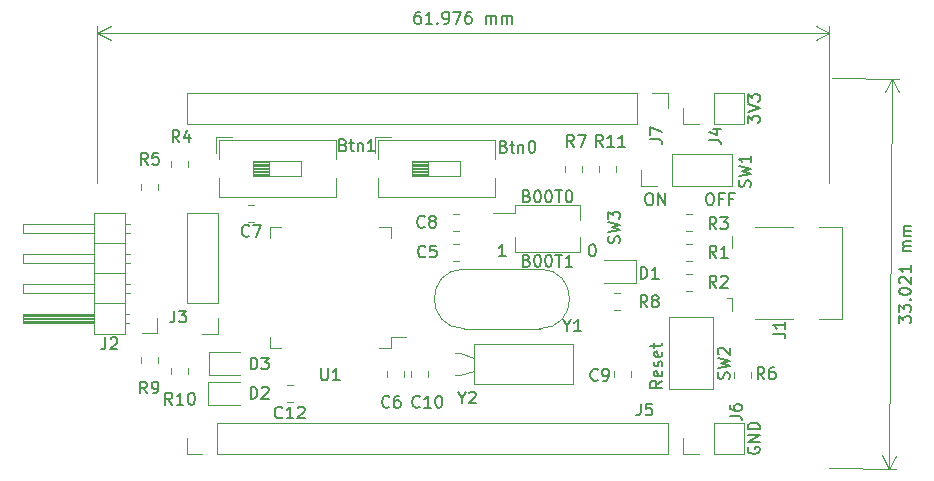
<source format=gbr>
G04 #@! TF.GenerationSoftware,KiCad,Pcbnew,5.1.5-52549c5~86~ubuntu18.04.1*
G04 #@! TF.CreationDate,2020-05-10T10:22:58+08:00*
G04 #@! TF.ProjectId,xzkb,787a6b62-2e6b-4696-9361-645f70636258,rev?*
G04 #@! TF.SameCoordinates,Original*
G04 #@! TF.FileFunction,Legend,Top*
G04 #@! TF.FilePolarity,Positive*
%FSLAX46Y46*%
G04 Gerber Fmt 4.6, Leading zero omitted, Abs format (unit mm)*
G04 Created by KiCad (PCBNEW 5.1.5-52549c5~86~ubuntu18.04.1) date 2020-05-10 10:22:58*
%MOMM*%
%LPD*%
G04 APERTURE LIST*
%ADD10C,0.150000*%
%ADD11C,0.120000*%
G04 APERTURE END LIST*
D10*
X84653380Y-139922095D02*
X84177190Y-140255428D01*
X84653380Y-140493523D02*
X83653380Y-140493523D01*
X83653380Y-140112571D01*
X83701000Y-140017333D01*
X83748619Y-139969714D01*
X83843857Y-139922095D01*
X83986714Y-139922095D01*
X84081952Y-139969714D01*
X84129571Y-140017333D01*
X84177190Y-140112571D01*
X84177190Y-140493523D01*
X84605761Y-139112571D02*
X84653380Y-139207809D01*
X84653380Y-139398285D01*
X84605761Y-139493523D01*
X84510523Y-139541142D01*
X84129571Y-139541142D01*
X84034333Y-139493523D01*
X83986714Y-139398285D01*
X83986714Y-139207809D01*
X84034333Y-139112571D01*
X84129571Y-139064952D01*
X84224809Y-139064952D01*
X84320047Y-139541142D01*
X84605761Y-138684000D02*
X84653380Y-138588761D01*
X84653380Y-138398285D01*
X84605761Y-138303047D01*
X84510523Y-138255428D01*
X84462904Y-138255428D01*
X84367666Y-138303047D01*
X84320047Y-138398285D01*
X84320047Y-138541142D01*
X84272428Y-138636380D01*
X84177190Y-138684000D01*
X84129571Y-138684000D01*
X84034333Y-138636380D01*
X83986714Y-138541142D01*
X83986714Y-138398285D01*
X84034333Y-138303047D01*
X84605761Y-137445904D02*
X84653380Y-137541142D01*
X84653380Y-137731619D01*
X84605761Y-137826857D01*
X84510523Y-137874476D01*
X84129571Y-137874476D01*
X84034333Y-137826857D01*
X83986714Y-137731619D01*
X83986714Y-137541142D01*
X84034333Y-137445904D01*
X84129571Y-137398285D01*
X84224809Y-137398285D01*
X84320047Y-137874476D01*
X83986714Y-137112571D02*
X83986714Y-136731619D01*
X83653380Y-136969714D02*
X84510523Y-136969714D01*
X84605761Y-136922095D01*
X84653380Y-136826857D01*
X84653380Y-136731619D01*
X78692380Y-128357380D02*
X78787619Y-128357380D01*
X78882857Y-128405000D01*
X78930476Y-128452619D01*
X78978095Y-128547857D01*
X79025714Y-128738333D01*
X79025714Y-128976428D01*
X78978095Y-129166904D01*
X78930476Y-129262142D01*
X78882857Y-129309761D01*
X78787619Y-129357380D01*
X78692380Y-129357380D01*
X78597142Y-129309761D01*
X78549523Y-129262142D01*
X78501904Y-129166904D01*
X78454285Y-128976428D01*
X78454285Y-128738333D01*
X78501904Y-128547857D01*
X78549523Y-128452619D01*
X78597142Y-128405000D01*
X78692380Y-128357380D01*
X71405714Y-129357380D02*
X70834285Y-129357380D01*
X71120000Y-129357380D02*
X71120000Y-128357380D01*
X71024761Y-128500238D01*
X70929523Y-128595476D01*
X70834285Y-128643095D01*
X73191904Y-129722571D02*
X73334761Y-129770190D01*
X73382380Y-129817809D01*
X73430000Y-129913047D01*
X73430000Y-130055904D01*
X73382380Y-130151142D01*
X73334761Y-130198761D01*
X73239523Y-130246380D01*
X72858571Y-130246380D01*
X72858571Y-129246380D01*
X73191904Y-129246380D01*
X73287142Y-129294000D01*
X73334761Y-129341619D01*
X73382380Y-129436857D01*
X73382380Y-129532095D01*
X73334761Y-129627333D01*
X73287142Y-129674952D01*
X73191904Y-129722571D01*
X72858571Y-129722571D01*
X74049047Y-129246380D02*
X74144285Y-129246380D01*
X74239523Y-129294000D01*
X74287142Y-129341619D01*
X74334761Y-129436857D01*
X74382380Y-129627333D01*
X74382380Y-129865428D01*
X74334761Y-130055904D01*
X74287142Y-130151142D01*
X74239523Y-130198761D01*
X74144285Y-130246380D01*
X74049047Y-130246380D01*
X73953809Y-130198761D01*
X73906190Y-130151142D01*
X73858571Y-130055904D01*
X73810952Y-129865428D01*
X73810952Y-129627333D01*
X73858571Y-129436857D01*
X73906190Y-129341619D01*
X73953809Y-129294000D01*
X74049047Y-129246380D01*
X75001428Y-129246380D02*
X75096666Y-129246380D01*
X75191904Y-129294000D01*
X75239523Y-129341619D01*
X75287142Y-129436857D01*
X75334761Y-129627333D01*
X75334761Y-129865428D01*
X75287142Y-130055904D01*
X75239523Y-130151142D01*
X75191904Y-130198761D01*
X75096666Y-130246380D01*
X75001428Y-130246380D01*
X74906190Y-130198761D01*
X74858571Y-130151142D01*
X74810952Y-130055904D01*
X74763333Y-129865428D01*
X74763333Y-129627333D01*
X74810952Y-129436857D01*
X74858571Y-129341619D01*
X74906190Y-129294000D01*
X75001428Y-129246380D01*
X75620476Y-129246380D02*
X76191904Y-129246380D01*
X75906190Y-130246380D02*
X75906190Y-129246380D01*
X77049047Y-130246380D02*
X76477619Y-130246380D01*
X76763333Y-130246380D02*
X76763333Y-129246380D01*
X76668095Y-129389238D01*
X76572857Y-129484476D01*
X76477619Y-129532095D01*
X73191904Y-124261571D02*
X73334761Y-124309190D01*
X73382380Y-124356809D01*
X73430000Y-124452047D01*
X73430000Y-124594904D01*
X73382380Y-124690142D01*
X73334761Y-124737761D01*
X73239523Y-124785380D01*
X72858571Y-124785380D01*
X72858571Y-123785380D01*
X73191904Y-123785380D01*
X73287142Y-123833000D01*
X73334761Y-123880619D01*
X73382380Y-123975857D01*
X73382380Y-124071095D01*
X73334761Y-124166333D01*
X73287142Y-124213952D01*
X73191904Y-124261571D01*
X72858571Y-124261571D01*
X74049047Y-123785380D02*
X74144285Y-123785380D01*
X74239523Y-123833000D01*
X74287142Y-123880619D01*
X74334761Y-123975857D01*
X74382380Y-124166333D01*
X74382380Y-124404428D01*
X74334761Y-124594904D01*
X74287142Y-124690142D01*
X74239523Y-124737761D01*
X74144285Y-124785380D01*
X74049047Y-124785380D01*
X73953809Y-124737761D01*
X73906190Y-124690142D01*
X73858571Y-124594904D01*
X73810952Y-124404428D01*
X73810952Y-124166333D01*
X73858571Y-123975857D01*
X73906190Y-123880619D01*
X73953809Y-123833000D01*
X74049047Y-123785380D01*
X75001428Y-123785380D02*
X75096666Y-123785380D01*
X75191904Y-123833000D01*
X75239523Y-123880619D01*
X75287142Y-123975857D01*
X75334761Y-124166333D01*
X75334761Y-124404428D01*
X75287142Y-124594904D01*
X75239523Y-124690142D01*
X75191904Y-124737761D01*
X75096666Y-124785380D01*
X75001428Y-124785380D01*
X74906190Y-124737761D01*
X74858571Y-124690142D01*
X74810952Y-124594904D01*
X74763333Y-124404428D01*
X74763333Y-124166333D01*
X74810952Y-123975857D01*
X74858571Y-123880619D01*
X74906190Y-123833000D01*
X75001428Y-123785380D01*
X75620476Y-123785380D02*
X76191904Y-123785380D01*
X75906190Y-124785380D02*
X75906190Y-123785380D01*
X76715714Y-123785380D02*
X76810952Y-123785380D01*
X76906190Y-123833000D01*
X76953809Y-123880619D01*
X77001428Y-123975857D01*
X77049047Y-124166333D01*
X77049047Y-124404428D01*
X77001428Y-124594904D01*
X76953809Y-124690142D01*
X76906190Y-124737761D01*
X76810952Y-124785380D01*
X76715714Y-124785380D01*
X76620476Y-124737761D01*
X76572857Y-124690142D01*
X76525238Y-124594904D01*
X76477619Y-124404428D01*
X76477619Y-124166333D01*
X76525238Y-123975857D01*
X76572857Y-123880619D01*
X76620476Y-123833000D01*
X76715714Y-123785380D01*
X91956000Y-145541904D02*
X91908380Y-145637142D01*
X91908380Y-145780000D01*
X91956000Y-145922857D01*
X92051238Y-146018095D01*
X92146476Y-146065714D01*
X92336952Y-146113333D01*
X92479809Y-146113333D01*
X92670285Y-146065714D01*
X92765523Y-146018095D01*
X92860761Y-145922857D01*
X92908380Y-145780000D01*
X92908380Y-145684761D01*
X92860761Y-145541904D01*
X92813142Y-145494285D01*
X92479809Y-145494285D01*
X92479809Y-145684761D01*
X92908380Y-145065714D02*
X91908380Y-145065714D01*
X92908380Y-144494285D01*
X91908380Y-144494285D01*
X92908380Y-144018095D02*
X91908380Y-144018095D01*
X91908380Y-143780000D01*
X91956000Y-143637142D01*
X92051238Y-143541904D01*
X92146476Y-143494285D01*
X92336952Y-143446666D01*
X92479809Y-143446666D01*
X92670285Y-143494285D01*
X92765523Y-143541904D01*
X92860761Y-143637142D01*
X92908380Y-143780000D01*
X92908380Y-144018095D01*
X91908380Y-118078095D02*
X91908380Y-117459047D01*
X92289333Y-117792380D01*
X92289333Y-117649523D01*
X92336952Y-117554285D01*
X92384571Y-117506666D01*
X92479809Y-117459047D01*
X92717904Y-117459047D01*
X92813142Y-117506666D01*
X92860761Y-117554285D01*
X92908380Y-117649523D01*
X92908380Y-117935238D01*
X92860761Y-118030476D01*
X92813142Y-118078095D01*
X91908380Y-117173333D02*
X92908380Y-116840000D01*
X91908380Y-116506666D01*
X91908380Y-116268571D02*
X91908380Y-115649523D01*
X92289333Y-115982857D01*
X92289333Y-115840000D01*
X92336952Y-115744761D01*
X92384571Y-115697142D01*
X92479809Y-115649523D01*
X92717904Y-115649523D01*
X92813142Y-115697142D01*
X92860761Y-115744761D01*
X92908380Y-115840000D01*
X92908380Y-116125714D01*
X92860761Y-116220952D01*
X92813142Y-116268571D01*
X83471190Y-124039380D02*
X83661666Y-124039380D01*
X83756904Y-124087000D01*
X83852142Y-124182238D01*
X83899761Y-124372714D01*
X83899761Y-124706047D01*
X83852142Y-124896523D01*
X83756904Y-124991761D01*
X83661666Y-125039380D01*
X83471190Y-125039380D01*
X83375952Y-124991761D01*
X83280714Y-124896523D01*
X83233095Y-124706047D01*
X83233095Y-124372714D01*
X83280714Y-124182238D01*
X83375952Y-124087000D01*
X83471190Y-124039380D01*
X84328333Y-125039380D02*
X84328333Y-124039380D01*
X84899761Y-125039380D01*
X84899761Y-124039380D01*
X88614047Y-124039380D02*
X88804523Y-124039380D01*
X88899761Y-124087000D01*
X88995000Y-124182238D01*
X89042619Y-124372714D01*
X89042619Y-124706047D01*
X88995000Y-124896523D01*
X88899761Y-124991761D01*
X88804523Y-125039380D01*
X88614047Y-125039380D01*
X88518809Y-124991761D01*
X88423571Y-124896523D01*
X88375952Y-124706047D01*
X88375952Y-124372714D01*
X88423571Y-124182238D01*
X88518809Y-124087000D01*
X88614047Y-124039380D01*
X89804523Y-124515571D02*
X89471190Y-124515571D01*
X89471190Y-125039380D02*
X89471190Y-124039380D01*
X89947380Y-124039380D01*
X90661666Y-124515571D02*
X90328333Y-124515571D01*
X90328333Y-125039380D02*
X90328333Y-124039380D01*
X90804523Y-124039380D01*
X64151333Y-108672380D02*
X63960857Y-108672380D01*
X63865619Y-108720000D01*
X63818000Y-108767619D01*
X63722761Y-108910476D01*
X63675142Y-109100952D01*
X63675142Y-109481904D01*
X63722761Y-109577142D01*
X63770380Y-109624761D01*
X63865619Y-109672380D01*
X64056095Y-109672380D01*
X64151333Y-109624761D01*
X64198952Y-109577142D01*
X64246571Y-109481904D01*
X64246571Y-109243809D01*
X64198952Y-109148571D01*
X64151333Y-109100952D01*
X64056095Y-109053333D01*
X63865619Y-109053333D01*
X63770380Y-109100952D01*
X63722761Y-109148571D01*
X63675142Y-109243809D01*
X65198952Y-109672380D02*
X64627523Y-109672380D01*
X64913238Y-109672380D02*
X64913238Y-108672380D01*
X64818000Y-108815238D01*
X64722761Y-108910476D01*
X64627523Y-108958095D01*
X65627523Y-109577142D02*
X65675142Y-109624761D01*
X65627523Y-109672380D01*
X65579904Y-109624761D01*
X65627523Y-109577142D01*
X65627523Y-109672380D01*
X66151333Y-109672380D02*
X66341809Y-109672380D01*
X66437047Y-109624761D01*
X66484666Y-109577142D01*
X66579904Y-109434285D01*
X66627523Y-109243809D01*
X66627523Y-108862857D01*
X66579904Y-108767619D01*
X66532285Y-108720000D01*
X66437047Y-108672380D01*
X66246571Y-108672380D01*
X66151333Y-108720000D01*
X66103714Y-108767619D01*
X66056095Y-108862857D01*
X66056095Y-109100952D01*
X66103714Y-109196190D01*
X66151333Y-109243809D01*
X66246571Y-109291428D01*
X66437047Y-109291428D01*
X66532285Y-109243809D01*
X66579904Y-109196190D01*
X66627523Y-109100952D01*
X66960857Y-108672380D02*
X67627523Y-108672380D01*
X67198952Y-109672380D01*
X68437047Y-108672380D02*
X68246571Y-108672380D01*
X68151333Y-108720000D01*
X68103714Y-108767619D01*
X68008476Y-108910476D01*
X67960857Y-109100952D01*
X67960857Y-109481904D01*
X68008476Y-109577142D01*
X68056095Y-109624761D01*
X68151333Y-109672380D01*
X68341809Y-109672380D01*
X68437047Y-109624761D01*
X68484666Y-109577142D01*
X68532285Y-109481904D01*
X68532285Y-109243809D01*
X68484666Y-109148571D01*
X68437047Y-109100952D01*
X68341809Y-109053333D01*
X68151333Y-109053333D01*
X68056095Y-109100952D01*
X68008476Y-109148571D01*
X67960857Y-109243809D01*
X69722761Y-109672380D02*
X69722761Y-109005714D01*
X69722761Y-109100952D02*
X69770380Y-109053333D01*
X69865619Y-109005714D01*
X70008476Y-109005714D01*
X70103714Y-109053333D01*
X70151333Y-109148571D01*
X70151333Y-109672380D01*
X70151333Y-109148571D02*
X70198952Y-109053333D01*
X70294190Y-109005714D01*
X70437047Y-109005714D01*
X70532285Y-109053333D01*
X70579904Y-109148571D01*
X70579904Y-109672380D01*
X71056095Y-109672380D02*
X71056095Y-109005714D01*
X71056095Y-109100952D02*
X71103714Y-109053333D01*
X71198952Y-109005714D01*
X71341809Y-109005714D01*
X71437047Y-109053333D01*
X71484666Y-109148571D01*
X71484666Y-109672380D01*
X71484666Y-109148571D02*
X71532285Y-109053333D01*
X71627523Y-109005714D01*
X71770380Y-109005714D01*
X71865619Y-109053333D01*
X71913238Y-109148571D01*
X71913238Y-109672380D01*
D11*
X98806000Y-110490000D02*
X36830000Y-110490000D01*
X98806000Y-123190000D02*
X98806000Y-109903579D01*
X36830000Y-123190000D02*
X36830000Y-109903579D01*
X36830000Y-110490000D02*
X37956504Y-109903579D01*
X36830000Y-110490000D02*
X37956504Y-111076421D01*
X98806000Y-110490000D02*
X97679496Y-109903579D01*
X98806000Y-110490000D02*
X97679496Y-111076421D01*
D10*
X104702975Y-135044984D02*
X104707737Y-134425955D01*
X105086114Y-134762209D01*
X105087213Y-134619356D01*
X105135563Y-134524487D01*
X105183547Y-134477236D01*
X105279149Y-134430351D01*
X105517237Y-134432182D01*
X105612106Y-134480532D01*
X105659357Y-134528516D01*
X105706242Y-134624118D01*
X105704044Y-134909824D01*
X105655694Y-135004693D01*
X105607710Y-135051944D01*
X104710301Y-134092632D02*
X104715063Y-133473602D01*
X105093440Y-133809856D01*
X105094539Y-133667003D01*
X105142889Y-133572134D01*
X105190873Y-133524883D01*
X105286474Y-133477998D01*
X105524563Y-133479829D01*
X105619432Y-133528179D01*
X105666683Y-133576163D01*
X105713568Y-133671765D01*
X105711370Y-133957471D01*
X105663020Y-134052340D01*
X105615036Y-134099591D01*
X105623094Y-133052003D02*
X105671078Y-133004752D01*
X105718330Y-133052736D01*
X105670346Y-133099987D01*
X105623094Y-133052003D01*
X105718330Y-133052736D01*
X104723487Y-132378397D02*
X104724220Y-132283161D01*
X104772570Y-132188292D01*
X104820554Y-132141041D01*
X104916156Y-132094156D01*
X105106993Y-132048003D01*
X105345081Y-132049835D01*
X105535185Y-132098918D01*
X105630054Y-132147268D01*
X105677305Y-132195252D01*
X105724190Y-132290853D01*
X105723458Y-132386089D01*
X105675108Y-132480958D01*
X105627124Y-132528209D01*
X105531522Y-132575094D01*
X105340685Y-132621247D01*
X105102597Y-132619415D01*
X104912493Y-132570332D01*
X104817624Y-132521982D01*
X104770372Y-132473998D01*
X104723487Y-132378397D01*
X104824217Y-131664865D02*
X104776966Y-131616881D01*
X104730081Y-131521279D01*
X104731912Y-131283191D01*
X104780262Y-131188322D01*
X104828246Y-131141071D01*
X104923848Y-131094186D01*
X105019083Y-131094918D01*
X105161570Y-131143635D01*
X105728586Y-131719442D01*
X105733348Y-131100412D01*
X105740673Y-130148060D02*
X105736278Y-130719471D01*
X105738476Y-130433766D02*
X104738505Y-130426073D01*
X104880626Y-130522408D01*
X104975128Y-130618375D01*
X105022013Y-130713977D01*
X105749831Y-128957619D02*
X105083184Y-128952491D01*
X105178419Y-128953223D02*
X105131168Y-128905239D01*
X105084283Y-128809638D01*
X105085381Y-128666785D01*
X105133732Y-128571916D01*
X105229333Y-128525031D01*
X105753127Y-128529060D01*
X105229333Y-128525031D02*
X105134464Y-128476681D01*
X105087579Y-128381079D01*
X105088678Y-128238226D01*
X105137028Y-128143357D01*
X105232630Y-128096472D01*
X105756424Y-128100501D01*
X105760087Y-127624325D02*
X105093440Y-127619197D01*
X105188675Y-127619929D02*
X105141424Y-127571945D01*
X105094539Y-127476344D01*
X105095638Y-127333491D01*
X105143988Y-127238622D01*
X105239589Y-127191737D01*
X105763383Y-127195766D01*
X105239589Y-127191737D02*
X105144720Y-127143387D01*
X105097835Y-127047785D01*
X105098934Y-126904932D01*
X105147284Y-126810063D01*
X105242886Y-126763178D01*
X105766680Y-126767207D01*
D11*
X104139850Y-114339076D02*
X103885850Y-147359076D01*
X99060000Y-114300000D02*
X104726253Y-114343587D01*
X98806000Y-147320000D02*
X104472253Y-147363587D01*
X103885850Y-147359076D02*
X103308112Y-146228095D01*
X103885850Y-147359076D02*
X104480919Y-146237116D01*
X104139850Y-114339076D02*
X103544781Y-115461036D01*
X104139850Y-114339076D02*
X104717588Y-115470057D01*
X52905922Y-140260000D02*
X53423078Y-140260000D01*
X52905922Y-141680000D02*
X53423078Y-141680000D01*
X52395000Y-126895000D02*
X51445000Y-126895000D01*
X51445000Y-126895000D02*
X51445000Y-127845000D01*
X60715000Y-126895000D02*
X61665000Y-126895000D01*
X61665000Y-126895000D02*
X61665000Y-127845000D01*
X52395000Y-137115000D02*
X51445000Y-137115000D01*
X51445000Y-137115000D02*
X51445000Y-136165000D01*
X60715000Y-137115000D02*
X61665000Y-137115000D01*
X61665000Y-137115000D02*
X61665000Y-136165000D01*
X61665000Y-136165000D02*
X63005000Y-136165000D01*
X85272000Y-140601000D02*
X85272000Y-134481000D01*
X85272000Y-134481000D02*
X88972000Y-134481000D01*
X88972000Y-134481000D02*
X88972000Y-140601000D01*
X88972000Y-140601000D02*
X85272000Y-140601000D01*
X85150000Y-146110000D02*
X85150000Y-143450000D01*
X46990000Y-146110000D02*
X85150000Y-146110000D01*
X46990000Y-143450000D02*
X85150000Y-143450000D01*
X46990000Y-146110000D02*
X46990000Y-143450000D01*
X45720000Y-146110000D02*
X44390000Y-146110000D01*
X44390000Y-146110000D02*
X44390000Y-144780000D01*
X60582000Y-119500000D02*
X70482000Y-119500000D01*
X60582000Y-124340000D02*
X70482000Y-124340000D01*
X60582000Y-119500000D02*
X60582000Y-121120000D01*
X60582000Y-122720000D02*
X60582000Y-124340000D01*
X70482000Y-119500000D02*
X70482000Y-121120000D01*
X70482000Y-122720000D02*
X70482000Y-124340000D01*
X60342000Y-119260000D02*
X61726000Y-119260000D01*
X60342000Y-119260000D02*
X60342000Y-120643000D01*
X63502000Y-121285000D02*
X63502000Y-122555000D01*
X63502000Y-122555000D02*
X67562000Y-122555000D01*
X67562000Y-122555000D02*
X67562000Y-121285000D01*
X67562000Y-121285000D02*
X63502000Y-121285000D01*
X63502000Y-121405000D02*
X64855333Y-121405000D01*
X63502000Y-121525000D02*
X64855333Y-121525000D01*
X63502000Y-121645000D02*
X64855333Y-121645000D01*
X63502000Y-121765000D02*
X64855333Y-121765000D01*
X63502000Y-121885000D02*
X64855333Y-121885000D01*
X63502000Y-122005000D02*
X64855333Y-122005000D01*
X63502000Y-122125000D02*
X64855333Y-122125000D01*
X63502000Y-122245000D02*
X64855333Y-122245000D01*
X63502000Y-122365000D02*
X64855333Y-122365000D01*
X63502000Y-122485000D02*
X64855333Y-122485000D01*
X64855333Y-121285000D02*
X64855333Y-122555000D01*
X68721000Y-140196000D02*
X77121000Y-140196000D01*
X77121000Y-140196000D02*
X77121000Y-136796000D01*
X77121000Y-136796000D02*
X68721000Y-136796000D01*
X68721000Y-136796000D02*
X68721000Y-140196000D01*
X68721000Y-139041000D02*
X67571000Y-139446000D01*
X67571000Y-139446000D02*
X67121000Y-139446000D01*
X68721000Y-137951000D02*
X67571000Y-137546000D01*
X67571000Y-137546000D02*
X67121000Y-137546000D01*
X90611000Y-123377000D02*
X90611000Y-120717000D01*
X85471000Y-123377000D02*
X90611000Y-123377000D01*
X85471000Y-120717000D02*
X90611000Y-120717000D01*
X85471000Y-123377000D02*
X85471000Y-120717000D01*
X84201000Y-123377000D02*
X82871000Y-123377000D01*
X82871000Y-123377000D02*
X82871000Y-122047000D01*
X47133000Y-119500000D02*
X57033000Y-119500000D01*
X47133000Y-124340000D02*
X57033000Y-124340000D01*
X47133000Y-119500000D02*
X47133000Y-121120000D01*
X47133000Y-122720000D02*
X47133000Y-124340000D01*
X57033000Y-119500000D02*
X57033000Y-121120000D01*
X57033000Y-122720000D02*
X57033000Y-124340000D01*
X46893000Y-119260000D02*
X48277000Y-119260000D01*
X46893000Y-119260000D02*
X46893000Y-120643000D01*
X50053000Y-121285000D02*
X50053000Y-122555000D01*
X50053000Y-122555000D02*
X54113000Y-122555000D01*
X54113000Y-122555000D02*
X54113000Y-121285000D01*
X54113000Y-121285000D02*
X50053000Y-121285000D01*
X50053000Y-121405000D02*
X51406333Y-121405000D01*
X50053000Y-121525000D02*
X51406333Y-121525000D01*
X50053000Y-121645000D02*
X51406333Y-121645000D01*
X50053000Y-121765000D02*
X51406333Y-121765000D01*
X50053000Y-121885000D02*
X51406333Y-121885000D01*
X50053000Y-122005000D02*
X51406333Y-122005000D01*
X50053000Y-122125000D02*
X51406333Y-122125000D01*
X50053000Y-122245000D02*
X51406333Y-122245000D01*
X50053000Y-122365000D02*
X51406333Y-122365000D01*
X50053000Y-122485000D02*
X51406333Y-122485000D01*
X51406333Y-121285000D02*
X51406333Y-122555000D01*
X72170000Y-128965000D02*
X77690000Y-128965000D01*
X70320000Y-125685000D02*
X72170000Y-125685000D01*
X72170000Y-125035000D02*
X72170000Y-125685000D01*
X72170000Y-125035000D02*
X77690000Y-125035000D01*
X77690000Y-125035000D02*
X77690000Y-126304000D01*
X72170000Y-127695000D02*
X72170000Y-128965000D01*
X77690000Y-127695000D02*
X77690000Y-128965000D01*
X74293000Y-135494000D02*
X67893000Y-135494000D01*
X74293000Y-130444000D02*
X67893000Y-130444000D01*
X74293000Y-130444000D02*
G75*
G02X74293000Y-135494000I0J-2525000D01*
G01*
X67893000Y-130444000D02*
G75*
G03X67893000Y-135494000I0J-2525000D01*
G01*
X43105000Y-139323578D02*
X43105000Y-138806422D01*
X44525000Y-139323578D02*
X44525000Y-138806422D01*
X41985000Y-138434578D02*
X41985000Y-137917422D01*
X40565000Y-138434578D02*
X40565000Y-137917422D01*
X81109078Y-133933000D02*
X80591922Y-133933000D01*
X81109078Y-132513000D02*
X80591922Y-132513000D01*
X77875200Y-121739922D02*
X77875200Y-122257078D01*
X76455200Y-121739922D02*
X76455200Y-122257078D01*
X92150000Y-139138922D02*
X92150000Y-139656078D01*
X90730000Y-139138922D02*
X90730000Y-139656078D01*
X41985000Y-123233922D02*
X41985000Y-123751078D01*
X40565000Y-123233922D02*
X40565000Y-123751078D01*
X44525000Y-121328922D02*
X44525000Y-121846078D01*
X43105000Y-121328922D02*
X43105000Y-121846078D01*
X87205078Y-127202000D02*
X86687922Y-127202000D01*
X87205078Y-125782000D02*
X86687922Y-125782000D01*
X86687922Y-130862000D02*
X87205078Y-130862000D01*
X86687922Y-132282000D02*
X87205078Y-132282000D01*
X86687922Y-128322000D02*
X87205078Y-128322000D01*
X86687922Y-129742000D02*
X87205078Y-129742000D01*
X44390000Y-115510000D02*
X44390000Y-118170000D01*
X82550000Y-115510000D02*
X44390000Y-115510000D01*
X82550000Y-118170000D02*
X44390000Y-118170000D01*
X82550000Y-115510000D02*
X82550000Y-118170000D01*
X83820000Y-115510000D02*
X85150000Y-115510000D01*
X85150000Y-115510000D02*
X85150000Y-116840000D01*
X91627000Y-146110000D02*
X91627000Y-143450000D01*
X89027000Y-146110000D02*
X91627000Y-146110000D01*
X89027000Y-143450000D02*
X91627000Y-143450000D01*
X89027000Y-146110000D02*
X89027000Y-143450000D01*
X87757000Y-146110000D02*
X86427000Y-146110000D01*
X86427000Y-146110000D02*
X86427000Y-144780000D01*
X91627000Y-118170000D02*
X91627000Y-115510000D01*
X89027000Y-118170000D02*
X91627000Y-118170000D01*
X89027000Y-115510000D02*
X91627000Y-115510000D01*
X89027000Y-118170000D02*
X89027000Y-115510000D01*
X87757000Y-118170000D02*
X86427000Y-118170000D01*
X86427000Y-118170000D02*
X86427000Y-116840000D01*
X47050000Y-125670000D02*
X44390000Y-125670000D01*
X47050000Y-133350000D02*
X47050000Y-125670000D01*
X44390000Y-133350000D02*
X44390000Y-125670000D01*
X47050000Y-133350000D02*
X44390000Y-133350000D01*
X47050000Y-134620000D02*
X47050000Y-135950000D01*
X47050000Y-135950000D02*
X45720000Y-135950000D01*
X39200000Y-135950000D02*
X39200000Y-125670000D01*
X39200000Y-125670000D02*
X36540000Y-125670000D01*
X36540000Y-125670000D02*
X36540000Y-135950000D01*
X36540000Y-135950000D02*
X39200000Y-135950000D01*
X36540000Y-135000000D02*
X30540000Y-135000000D01*
X30540000Y-135000000D02*
X30540000Y-134240000D01*
X30540000Y-134240000D02*
X36540000Y-134240000D01*
X36540000Y-134940000D02*
X30540000Y-134940000D01*
X36540000Y-134820000D02*
X30540000Y-134820000D01*
X36540000Y-134700000D02*
X30540000Y-134700000D01*
X36540000Y-134580000D02*
X30540000Y-134580000D01*
X36540000Y-134460000D02*
X30540000Y-134460000D01*
X36540000Y-134340000D02*
X30540000Y-134340000D01*
X39530000Y-135000000D02*
X39200000Y-135000000D01*
X39530000Y-134240000D02*
X39200000Y-134240000D01*
X39200000Y-133350000D02*
X36540000Y-133350000D01*
X36540000Y-132460000D02*
X30540000Y-132460000D01*
X30540000Y-132460000D02*
X30540000Y-131700000D01*
X30540000Y-131700000D02*
X36540000Y-131700000D01*
X39597071Y-132460000D02*
X39200000Y-132460000D01*
X39597071Y-131700000D02*
X39200000Y-131700000D01*
X39200000Y-130810000D02*
X36540000Y-130810000D01*
X36540000Y-129920000D02*
X30540000Y-129920000D01*
X30540000Y-129920000D02*
X30540000Y-129160000D01*
X30540000Y-129160000D02*
X36540000Y-129160000D01*
X39597071Y-129920000D02*
X39200000Y-129920000D01*
X39597071Y-129160000D02*
X39200000Y-129160000D01*
X39200000Y-128270000D02*
X36540000Y-128270000D01*
X36540000Y-127380000D02*
X30540000Y-127380000D01*
X30540000Y-127380000D02*
X30540000Y-126620000D01*
X30540000Y-126620000D02*
X36540000Y-126620000D01*
X39597071Y-127380000D02*
X39200000Y-127380000D01*
X39597071Y-126620000D02*
X39200000Y-126620000D01*
X41910000Y-134620000D02*
X41910000Y-135890000D01*
X41910000Y-135890000D02*
X40640000Y-135890000D01*
X99890000Y-126900000D02*
X99890000Y-134720000D01*
X90570000Y-132920000D02*
X90140000Y-132920000D01*
X99890000Y-126900000D02*
X97940000Y-126900000D01*
X95720000Y-126900000D02*
X92490000Y-126900000D01*
X90570000Y-128700000D02*
X90570000Y-127620000D01*
X90570000Y-134000000D02*
X90570000Y-132920000D01*
X95720000Y-134720000D02*
X92490000Y-134720000D01*
X99890000Y-134720000D02*
X97940000Y-134720000D01*
X48957500Y-137470000D02*
X46272500Y-137470000D01*
X46272500Y-137470000D02*
X46272500Y-139390000D01*
X46272500Y-139390000D02*
X48957500Y-139390000D01*
X48927500Y-140010000D02*
X46242500Y-140010000D01*
X46242500Y-140010000D02*
X46242500Y-141930000D01*
X46242500Y-141930000D02*
X48927500Y-141930000D01*
X79772000Y-131643000D02*
X82457000Y-131643000D01*
X82457000Y-131643000D02*
X82457000Y-129723000D01*
X82457000Y-129723000D02*
X79772000Y-129723000D01*
X64845000Y-139060422D02*
X64845000Y-139577578D01*
X63425000Y-139060422D02*
X63425000Y-139577578D01*
X80570000Y-139626078D02*
X80570000Y-139108922D01*
X81990000Y-139626078D02*
X81990000Y-139108922D01*
X66924422Y-125782000D02*
X67441578Y-125782000D01*
X66924422Y-127202000D02*
X67441578Y-127202000D01*
X49603922Y-125020000D02*
X50121078Y-125020000D01*
X49603922Y-126440000D02*
X50121078Y-126440000D01*
X62813000Y-139060422D02*
X62813000Y-139577578D01*
X61393000Y-139060422D02*
X61393000Y-139577578D01*
X66972922Y-128322000D02*
X67490078Y-128322000D01*
X66972922Y-129742000D02*
X67490078Y-129742000D01*
X79300000Y-121739922D02*
X79300000Y-122257078D01*
X80720000Y-121739922D02*
X80720000Y-122257078D01*
D10*
X52481242Y-143003542D02*
X52433623Y-143051161D01*
X52290766Y-143098780D01*
X52195528Y-143098780D01*
X52052671Y-143051161D01*
X51957433Y-142955923D01*
X51909814Y-142860685D01*
X51862195Y-142670209D01*
X51862195Y-142527352D01*
X51909814Y-142336876D01*
X51957433Y-142241638D01*
X52052671Y-142146400D01*
X52195528Y-142098780D01*
X52290766Y-142098780D01*
X52433623Y-142146400D01*
X52481242Y-142194019D01*
X53433623Y-143098780D02*
X52862195Y-143098780D01*
X53147909Y-143098780D02*
X53147909Y-142098780D01*
X53052671Y-142241638D01*
X52957433Y-142336876D01*
X52862195Y-142384495D01*
X53814576Y-142194019D02*
X53862195Y-142146400D01*
X53957433Y-142098780D01*
X54195528Y-142098780D01*
X54290766Y-142146400D01*
X54338385Y-142194019D01*
X54386004Y-142289257D01*
X54386004Y-142384495D01*
X54338385Y-142527352D01*
X53766957Y-143098780D01*
X54386004Y-143098780D01*
X55793095Y-138857380D02*
X55793095Y-139666904D01*
X55840714Y-139762142D01*
X55888333Y-139809761D01*
X55983571Y-139857380D01*
X56174047Y-139857380D01*
X56269285Y-139809761D01*
X56316904Y-139762142D01*
X56364523Y-139666904D01*
X56364523Y-138857380D01*
X57364523Y-139857380D02*
X56793095Y-139857380D01*
X57078809Y-139857380D02*
X57078809Y-138857380D01*
X56983571Y-139000238D01*
X56888333Y-139095476D01*
X56793095Y-139143095D01*
X90320761Y-139763333D02*
X90368380Y-139620476D01*
X90368380Y-139382380D01*
X90320761Y-139287142D01*
X90273142Y-139239523D01*
X90177904Y-139191904D01*
X90082666Y-139191904D01*
X89987428Y-139239523D01*
X89939809Y-139287142D01*
X89892190Y-139382380D01*
X89844571Y-139572857D01*
X89796952Y-139668095D01*
X89749333Y-139715714D01*
X89654095Y-139763333D01*
X89558857Y-139763333D01*
X89463619Y-139715714D01*
X89416000Y-139668095D01*
X89368380Y-139572857D01*
X89368380Y-139334761D01*
X89416000Y-139191904D01*
X89368380Y-138858571D02*
X90368380Y-138620476D01*
X89654095Y-138430000D01*
X90368380Y-138239523D01*
X89368380Y-138001428D01*
X89463619Y-137668095D02*
X89416000Y-137620476D01*
X89368380Y-137525238D01*
X89368380Y-137287142D01*
X89416000Y-137191904D01*
X89463619Y-137144285D01*
X89558857Y-137096666D01*
X89654095Y-137096666D01*
X89796952Y-137144285D01*
X90368380Y-137715714D01*
X90368380Y-137096666D01*
X82838966Y-141844780D02*
X82838966Y-142559066D01*
X82791347Y-142701923D01*
X82696109Y-142797161D01*
X82553252Y-142844780D01*
X82458014Y-142844780D01*
X83791347Y-141844780D02*
X83315157Y-141844780D01*
X83267538Y-142320971D01*
X83315157Y-142273352D01*
X83410395Y-142225733D01*
X83648490Y-142225733D01*
X83743728Y-142273352D01*
X83791347Y-142320971D01*
X83838966Y-142416209D01*
X83838966Y-142654304D01*
X83791347Y-142749542D01*
X83743728Y-142797161D01*
X83648490Y-142844780D01*
X83410395Y-142844780D01*
X83315157Y-142797161D01*
X83267538Y-142749542D01*
X71247142Y-120070571D02*
X71390000Y-120118190D01*
X71437619Y-120165809D01*
X71485238Y-120261047D01*
X71485238Y-120403904D01*
X71437619Y-120499142D01*
X71390000Y-120546761D01*
X71294761Y-120594380D01*
X70913809Y-120594380D01*
X70913809Y-119594380D01*
X71247142Y-119594380D01*
X71342380Y-119642000D01*
X71390000Y-119689619D01*
X71437619Y-119784857D01*
X71437619Y-119880095D01*
X71390000Y-119975333D01*
X71342380Y-120022952D01*
X71247142Y-120070571D01*
X70913809Y-120070571D01*
X71770952Y-119927714D02*
X72151904Y-119927714D01*
X71913809Y-119594380D02*
X71913809Y-120451523D01*
X71961428Y-120546761D01*
X72056666Y-120594380D01*
X72151904Y-120594380D01*
X72485238Y-119927714D02*
X72485238Y-120594380D01*
X72485238Y-120022952D02*
X72532857Y-119975333D01*
X72628095Y-119927714D01*
X72770952Y-119927714D01*
X72866190Y-119975333D01*
X72913809Y-120070571D01*
X72913809Y-120594380D01*
X73580476Y-119594380D02*
X73675714Y-119594380D01*
X73770952Y-119642000D01*
X73818571Y-119689619D01*
X73866190Y-119784857D01*
X73913809Y-119975333D01*
X73913809Y-120213428D01*
X73866190Y-120403904D01*
X73818571Y-120499142D01*
X73770952Y-120546761D01*
X73675714Y-120594380D01*
X73580476Y-120594380D01*
X73485238Y-120546761D01*
X73437619Y-120499142D01*
X73390000Y-120403904D01*
X73342380Y-120213428D01*
X73342380Y-119975333D01*
X73390000Y-119784857D01*
X73437619Y-119689619D01*
X73485238Y-119642000D01*
X73580476Y-119594380D01*
X67697409Y-141352590D02*
X67697409Y-141828780D01*
X67364076Y-140828780D02*
X67697409Y-141352590D01*
X68030742Y-140828780D01*
X68316457Y-140924019D02*
X68364076Y-140876400D01*
X68459314Y-140828780D01*
X68697409Y-140828780D01*
X68792647Y-140876400D01*
X68840266Y-140924019D01*
X68887885Y-141019257D01*
X68887885Y-141114495D01*
X68840266Y-141257352D01*
X68268838Y-141828780D01*
X68887885Y-141828780D01*
X92098761Y-123507333D02*
X92146380Y-123364476D01*
X92146380Y-123126380D01*
X92098761Y-123031142D01*
X92051142Y-122983523D01*
X91955904Y-122935904D01*
X91860666Y-122935904D01*
X91765428Y-122983523D01*
X91717809Y-123031142D01*
X91670190Y-123126380D01*
X91622571Y-123316857D01*
X91574952Y-123412095D01*
X91527333Y-123459714D01*
X91432095Y-123507333D01*
X91336857Y-123507333D01*
X91241619Y-123459714D01*
X91194000Y-123412095D01*
X91146380Y-123316857D01*
X91146380Y-123078761D01*
X91194000Y-122935904D01*
X91146380Y-122602571D02*
X92146380Y-122364476D01*
X91432095Y-122174000D01*
X92146380Y-121983523D01*
X91146380Y-121745428D01*
X92146380Y-120840666D02*
X92146380Y-121412095D01*
X92146380Y-121126380D02*
X91146380Y-121126380D01*
X91289238Y-121221619D01*
X91384476Y-121316857D01*
X91432095Y-121412095D01*
X57658142Y-119943571D02*
X57801000Y-119991190D01*
X57848619Y-120038809D01*
X57896238Y-120134047D01*
X57896238Y-120276904D01*
X57848619Y-120372142D01*
X57801000Y-120419761D01*
X57705761Y-120467380D01*
X57324809Y-120467380D01*
X57324809Y-119467380D01*
X57658142Y-119467380D01*
X57753380Y-119515000D01*
X57801000Y-119562619D01*
X57848619Y-119657857D01*
X57848619Y-119753095D01*
X57801000Y-119848333D01*
X57753380Y-119895952D01*
X57658142Y-119943571D01*
X57324809Y-119943571D01*
X58181952Y-119800714D02*
X58562904Y-119800714D01*
X58324809Y-119467380D02*
X58324809Y-120324523D01*
X58372428Y-120419761D01*
X58467666Y-120467380D01*
X58562904Y-120467380D01*
X58896238Y-119800714D02*
X58896238Y-120467380D01*
X58896238Y-119895952D02*
X58943857Y-119848333D01*
X59039095Y-119800714D01*
X59181952Y-119800714D01*
X59277190Y-119848333D01*
X59324809Y-119943571D01*
X59324809Y-120467380D01*
X60324809Y-120467380D02*
X59753380Y-120467380D01*
X60039095Y-120467380D02*
X60039095Y-119467380D01*
X59943857Y-119610238D01*
X59848619Y-119705476D01*
X59753380Y-119753095D01*
X81037061Y-128244433D02*
X81084680Y-128101576D01*
X81084680Y-127863480D01*
X81037061Y-127768242D01*
X80989442Y-127720623D01*
X80894204Y-127673004D01*
X80798966Y-127673004D01*
X80703728Y-127720623D01*
X80656109Y-127768242D01*
X80608490Y-127863480D01*
X80560871Y-128053957D01*
X80513252Y-128149195D01*
X80465633Y-128196814D01*
X80370395Y-128244433D01*
X80275157Y-128244433D01*
X80179919Y-128196814D01*
X80132300Y-128149195D01*
X80084680Y-128053957D01*
X80084680Y-127815861D01*
X80132300Y-127673004D01*
X80084680Y-127339671D02*
X81084680Y-127101576D01*
X80370395Y-126911100D01*
X81084680Y-126720623D01*
X80084680Y-126482528D01*
X80084680Y-126196814D02*
X80084680Y-125577766D01*
X80465633Y-125911100D01*
X80465633Y-125768242D01*
X80513252Y-125673004D01*
X80560871Y-125625385D01*
X80656109Y-125577766D01*
X80894204Y-125577766D01*
X80989442Y-125625385D01*
X81037061Y-125673004D01*
X81084680Y-125768242D01*
X81084680Y-126053957D01*
X81037061Y-126149195D01*
X80989442Y-126196814D01*
X76600109Y-135231190D02*
X76600109Y-135707380D01*
X76266776Y-134707380D02*
X76600109Y-135231190D01*
X76933442Y-134707380D01*
X77790585Y-135707380D02*
X77219157Y-135707380D01*
X77504871Y-135707380D02*
X77504871Y-134707380D01*
X77409633Y-134850238D01*
X77314395Y-134945476D01*
X77219157Y-134993095D01*
X43172142Y-141930380D02*
X42838809Y-141454190D01*
X42600714Y-141930380D02*
X42600714Y-140930380D01*
X42981666Y-140930380D01*
X43076904Y-140978000D01*
X43124523Y-141025619D01*
X43172142Y-141120857D01*
X43172142Y-141263714D01*
X43124523Y-141358952D01*
X43076904Y-141406571D01*
X42981666Y-141454190D01*
X42600714Y-141454190D01*
X44124523Y-141930380D02*
X43553095Y-141930380D01*
X43838809Y-141930380D02*
X43838809Y-140930380D01*
X43743571Y-141073238D01*
X43648333Y-141168476D01*
X43553095Y-141216095D01*
X44743571Y-140930380D02*
X44838809Y-140930380D01*
X44934047Y-140978000D01*
X44981666Y-141025619D01*
X45029285Y-141120857D01*
X45076904Y-141311333D01*
X45076904Y-141549428D01*
X45029285Y-141739904D01*
X44981666Y-141835142D01*
X44934047Y-141882761D01*
X44838809Y-141930380D01*
X44743571Y-141930380D01*
X44648333Y-141882761D01*
X44600714Y-141835142D01*
X44553095Y-141739904D01*
X44505476Y-141549428D01*
X44505476Y-141311333D01*
X44553095Y-141120857D01*
X44600714Y-141025619D01*
X44648333Y-140978000D01*
X44743571Y-140930380D01*
X41044833Y-140977880D02*
X40711500Y-140501690D01*
X40473404Y-140977880D02*
X40473404Y-139977880D01*
X40854357Y-139977880D01*
X40949595Y-140025500D01*
X40997214Y-140073119D01*
X41044833Y-140168357D01*
X41044833Y-140311214D01*
X40997214Y-140406452D01*
X40949595Y-140454071D01*
X40854357Y-140501690D01*
X40473404Y-140501690D01*
X41521023Y-140977880D02*
X41711500Y-140977880D01*
X41806738Y-140930261D01*
X41854357Y-140882642D01*
X41949595Y-140739785D01*
X41997214Y-140549309D01*
X41997214Y-140168357D01*
X41949595Y-140073119D01*
X41901976Y-140025500D01*
X41806738Y-139977880D01*
X41616261Y-139977880D01*
X41521023Y-140025500D01*
X41473404Y-140073119D01*
X41425785Y-140168357D01*
X41425785Y-140406452D01*
X41473404Y-140501690D01*
X41521023Y-140549309D01*
X41616261Y-140596928D01*
X41806738Y-140596928D01*
X41901976Y-140549309D01*
X41949595Y-140501690D01*
X41997214Y-140406452D01*
X83399333Y-133675380D02*
X83066000Y-133199190D01*
X82827904Y-133675380D02*
X82827904Y-132675380D01*
X83208857Y-132675380D01*
X83304095Y-132723000D01*
X83351714Y-132770619D01*
X83399333Y-132865857D01*
X83399333Y-133008714D01*
X83351714Y-133103952D01*
X83304095Y-133151571D01*
X83208857Y-133199190D01*
X82827904Y-133199190D01*
X83970761Y-133103952D02*
X83875523Y-133056333D01*
X83827904Y-133008714D01*
X83780285Y-132913476D01*
X83780285Y-132865857D01*
X83827904Y-132770619D01*
X83875523Y-132723000D01*
X83970761Y-132675380D01*
X84161238Y-132675380D01*
X84256476Y-132723000D01*
X84304095Y-132770619D01*
X84351714Y-132865857D01*
X84351714Y-132913476D01*
X84304095Y-133008714D01*
X84256476Y-133056333D01*
X84161238Y-133103952D01*
X83970761Y-133103952D01*
X83875523Y-133151571D01*
X83827904Y-133199190D01*
X83780285Y-133294428D01*
X83780285Y-133484904D01*
X83827904Y-133580142D01*
X83875523Y-133627761D01*
X83970761Y-133675380D01*
X84161238Y-133675380D01*
X84256476Y-133627761D01*
X84304095Y-133580142D01*
X84351714Y-133484904D01*
X84351714Y-133294428D01*
X84304095Y-133199190D01*
X84256476Y-133151571D01*
X84161238Y-133103952D01*
X77176333Y-120086380D02*
X76843000Y-119610190D01*
X76604904Y-120086380D02*
X76604904Y-119086380D01*
X76985857Y-119086380D01*
X77081095Y-119134000D01*
X77128714Y-119181619D01*
X77176333Y-119276857D01*
X77176333Y-119419714D01*
X77128714Y-119514952D01*
X77081095Y-119562571D01*
X76985857Y-119610190D01*
X76604904Y-119610190D01*
X77509666Y-119086380D02*
X78176333Y-119086380D01*
X77747761Y-120086380D01*
X93305333Y-139771380D02*
X92972000Y-139295190D01*
X92733904Y-139771380D02*
X92733904Y-138771380D01*
X93114857Y-138771380D01*
X93210095Y-138819000D01*
X93257714Y-138866619D01*
X93305333Y-138961857D01*
X93305333Y-139104714D01*
X93257714Y-139199952D01*
X93210095Y-139247571D01*
X93114857Y-139295190D01*
X92733904Y-139295190D01*
X94162476Y-138771380D02*
X93972000Y-138771380D01*
X93876761Y-138819000D01*
X93829142Y-138866619D01*
X93733904Y-139009476D01*
X93686285Y-139199952D01*
X93686285Y-139580904D01*
X93733904Y-139676142D01*
X93781523Y-139723761D01*
X93876761Y-139771380D01*
X94067238Y-139771380D01*
X94162476Y-139723761D01*
X94210095Y-139676142D01*
X94257714Y-139580904D01*
X94257714Y-139342809D01*
X94210095Y-139247571D01*
X94162476Y-139199952D01*
X94067238Y-139152333D01*
X93876761Y-139152333D01*
X93781523Y-139199952D01*
X93733904Y-139247571D01*
X93686285Y-139342809D01*
X41108333Y-121610380D02*
X40775000Y-121134190D01*
X40536904Y-121610380D02*
X40536904Y-120610380D01*
X40917857Y-120610380D01*
X41013095Y-120658000D01*
X41060714Y-120705619D01*
X41108333Y-120800857D01*
X41108333Y-120943714D01*
X41060714Y-121038952D01*
X41013095Y-121086571D01*
X40917857Y-121134190D01*
X40536904Y-121134190D01*
X42013095Y-120610380D02*
X41536904Y-120610380D01*
X41489285Y-121086571D01*
X41536904Y-121038952D01*
X41632142Y-120991333D01*
X41870238Y-120991333D01*
X41965476Y-121038952D01*
X42013095Y-121086571D01*
X42060714Y-121181809D01*
X42060714Y-121419904D01*
X42013095Y-121515142D01*
X41965476Y-121562761D01*
X41870238Y-121610380D01*
X41632142Y-121610380D01*
X41536904Y-121562761D01*
X41489285Y-121515142D01*
X43775333Y-119705380D02*
X43442000Y-119229190D01*
X43203904Y-119705380D02*
X43203904Y-118705380D01*
X43584857Y-118705380D01*
X43680095Y-118753000D01*
X43727714Y-118800619D01*
X43775333Y-118895857D01*
X43775333Y-119038714D01*
X43727714Y-119133952D01*
X43680095Y-119181571D01*
X43584857Y-119229190D01*
X43203904Y-119229190D01*
X44632476Y-119038714D02*
X44632476Y-119705380D01*
X44394380Y-118657761D02*
X44156285Y-119372047D01*
X44775333Y-119372047D01*
X89241333Y-127071380D02*
X88908000Y-126595190D01*
X88669904Y-127071380D02*
X88669904Y-126071380D01*
X89050857Y-126071380D01*
X89146095Y-126119000D01*
X89193714Y-126166619D01*
X89241333Y-126261857D01*
X89241333Y-126404714D01*
X89193714Y-126499952D01*
X89146095Y-126547571D01*
X89050857Y-126595190D01*
X88669904Y-126595190D01*
X89574666Y-126071380D02*
X90193714Y-126071380D01*
X89860380Y-126452333D01*
X90003238Y-126452333D01*
X90098476Y-126499952D01*
X90146095Y-126547571D01*
X90193714Y-126642809D01*
X90193714Y-126880904D01*
X90146095Y-126976142D01*
X90098476Y-127023761D01*
X90003238Y-127071380D01*
X89717523Y-127071380D01*
X89622285Y-127023761D01*
X89574666Y-126976142D01*
X89241333Y-132024380D02*
X88908000Y-131548190D01*
X88669904Y-132024380D02*
X88669904Y-131024380D01*
X89050857Y-131024380D01*
X89146095Y-131072000D01*
X89193714Y-131119619D01*
X89241333Y-131214857D01*
X89241333Y-131357714D01*
X89193714Y-131452952D01*
X89146095Y-131500571D01*
X89050857Y-131548190D01*
X88669904Y-131548190D01*
X89622285Y-131119619D02*
X89669904Y-131072000D01*
X89765142Y-131024380D01*
X90003238Y-131024380D01*
X90098476Y-131072000D01*
X90146095Y-131119619D01*
X90193714Y-131214857D01*
X90193714Y-131310095D01*
X90146095Y-131452952D01*
X89574666Y-132024380D01*
X90193714Y-132024380D01*
X89241333Y-129484380D02*
X88908000Y-129008190D01*
X88669904Y-129484380D02*
X88669904Y-128484380D01*
X89050857Y-128484380D01*
X89146095Y-128532000D01*
X89193714Y-128579619D01*
X89241333Y-128674857D01*
X89241333Y-128817714D01*
X89193714Y-128912952D01*
X89146095Y-128960571D01*
X89050857Y-129008190D01*
X88669904Y-129008190D01*
X90193714Y-129484380D02*
X89622285Y-129484380D01*
X89908000Y-129484380D02*
X89908000Y-128484380D01*
X89812761Y-128627238D01*
X89717523Y-128722476D01*
X89622285Y-128770095D01*
X83653380Y-119459333D02*
X84367666Y-119459333D01*
X84510523Y-119506952D01*
X84605761Y-119602190D01*
X84653380Y-119745047D01*
X84653380Y-119840285D01*
X83653380Y-119078380D02*
X83653380Y-118411714D01*
X84653380Y-118840285D01*
X90384380Y-142878133D02*
X91098666Y-142878133D01*
X91241523Y-142925752D01*
X91336761Y-143020990D01*
X91384380Y-143163847D01*
X91384380Y-143259085D01*
X90384380Y-141973371D02*
X90384380Y-142163847D01*
X90432000Y-142259085D01*
X90479619Y-142306704D01*
X90622476Y-142401942D01*
X90812952Y-142449561D01*
X91193904Y-142449561D01*
X91289142Y-142401942D01*
X91336761Y-142354323D01*
X91384380Y-142259085D01*
X91384380Y-142068609D01*
X91336761Y-141973371D01*
X91289142Y-141925752D01*
X91193904Y-141878133D01*
X90955809Y-141878133D01*
X90860571Y-141925752D01*
X90812952Y-141973371D01*
X90765333Y-142068609D01*
X90765333Y-142259085D01*
X90812952Y-142354323D01*
X90860571Y-142401942D01*
X90955809Y-142449561D01*
X88644480Y-119522833D02*
X89358766Y-119522833D01*
X89501623Y-119570452D01*
X89596861Y-119665690D01*
X89644480Y-119808547D01*
X89644480Y-119903785D01*
X88977814Y-118618071D02*
X89644480Y-118618071D01*
X88596861Y-118856166D02*
X89311147Y-119094261D01*
X89311147Y-118475214D01*
X43367366Y-133970780D02*
X43367366Y-134685066D01*
X43319747Y-134827923D01*
X43224509Y-134923161D01*
X43081652Y-134970780D01*
X42986414Y-134970780D01*
X43748319Y-133970780D02*
X44367366Y-133970780D01*
X44034033Y-134351733D01*
X44176890Y-134351733D01*
X44272128Y-134399352D01*
X44319747Y-134446971D01*
X44367366Y-134542209D01*
X44367366Y-134780304D01*
X44319747Y-134875542D01*
X44272128Y-134923161D01*
X44176890Y-134970780D01*
X43891176Y-134970780D01*
X43795938Y-134923161D01*
X43748319Y-134875542D01*
X37525366Y-136244080D02*
X37525366Y-136958366D01*
X37477747Y-137101223D01*
X37382509Y-137196461D01*
X37239652Y-137244080D01*
X37144414Y-137244080D01*
X37953938Y-136339319D02*
X38001557Y-136291700D01*
X38096795Y-136244080D01*
X38334890Y-136244080D01*
X38430128Y-136291700D01*
X38477747Y-136339319D01*
X38525366Y-136434557D01*
X38525366Y-136529795D01*
X38477747Y-136672652D01*
X37906319Y-137244080D01*
X38525366Y-137244080D01*
X94080080Y-135931233D02*
X94794366Y-135931233D01*
X94937223Y-135978852D01*
X95032461Y-136074090D01*
X95080080Y-136216947D01*
X95080080Y-136312185D01*
X95080080Y-134931233D02*
X95080080Y-135502661D01*
X95080080Y-135216947D02*
X94080080Y-135216947D01*
X94222938Y-135312185D01*
X94318176Y-135407423D01*
X94365795Y-135502661D01*
X49807904Y-138945880D02*
X49807904Y-137945880D01*
X50046000Y-137945880D01*
X50188857Y-137993500D01*
X50284095Y-138088738D01*
X50331714Y-138183976D01*
X50379333Y-138374452D01*
X50379333Y-138517309D01*
X50331714Y-138707785D01*
X50284095Y-138803023D01*
X50188857Y-138898261D01*
X50046000Y-138945880D01*
X49807904Y-138945880D01*
X50712666Y-137945880D02*
X51331714Y-137945880D01*
X50998380Y-138326833D01*
X51141238Y-138326833D01*
X51236476Y-138374452D01*
X51284095Y-138422071D01*
X51331714Y-138517309D01*
X51331714Y-138755404D01*
X51284095Y-138850642D01*
X51236476Y-138898261D01*
X51141238Y-138945880D01*
X50855523Y-138945880D01*
X50760285Y-138898261D01*
X50712666Y-138850642D01*
X49807904Y-141422380D02*
X49807904Y-140422380D01*
X50046000Y-140422380D01*
X50188857Y-140470000D01*
X50284095Y-140565238D01*
X50331714Y-140660476D01*
X50379333Y-140850952D01*
X50379333Y-140993809D01*
X50331714Y-141184285D01*
X50284095Y-141279523D01*
X50188857Y-141374761D01*
X50046000Y-141422380D01*
X49807904Y-141422380D01*
X50760285Y-140517619D02*
X50807904Y-140470000D01*
X50903142Y-140422380D01*
X51141238Y-140422380D01*
X51236476Y-140470000D01*
X51284095Y-140517619D01*
X51331714Y-140612857D01*
X51331714Y-140708095D01*
X51284095Y-140850952D01*
X50712666Y-141422380D01*
X51331714Y-141422380D01*
X82827904Y-131262380D02*
X82827904Y-130262380D01*
X83066000Y-130262380D01*
X83208857Y-130310000D01*
X83304095Y-130405238D01*
X83351714Y-130500476D01*
X83399333Y-130690952D01*
X83399333Y-130833809D01*
X83351714Y-131024285D01*
X83304095Y-131119523D01*
X83208857Y-131214761D01*
X83066000Y-131262380D01*
X82827904Y-131262380D01*
X84351714Y-131262380D02*
X83780285Y-131262380D01*
X84066000Y-131262380D02*
X84066000Y-130262380D01*
X83970761Y-130405238D01*
X83875523Y-130500476D01*
X83780285Y-130548095D01*
X64127142Y-142089142D02*
X64079523Y-142136761D01*
X63936666Y-142184380D01*
X63841428Y-142184380D01*
X63698571Y-142136761D01*
X63603333Y-142041523D01*
X63555714Y-141946285D01*
X63508095Y-141755809D01*
X63508095Y-141612952D01*
X63555714Y-141422476D01*
X63603333Y-141327238D01*
X63698571Y-141232000D01*
X63841428Y-141184380D01*
X63936666Y-141184380D01*
X64079523Y-141232000D01*
X64127142Y-141279619D01*
X65079523Y-142184380D02*
X64508095Y-142184380D01*
X64793809Y-142184380D02*
X64793809Y-141184380D01*
X64698571Y-141327238D01*
X64603333Y-141422476D01*
X64508095Y-141470095D01*
X65698571Y-141184380D02*
X65793809Y-141184380D01*
X65889047Y-141232000D01*
X65936666Y-141279619D01*
X65984285Y-141374857D01*
X66031904Y-141565333D01*
X66031904Y-141803428D01*
X65984285Y-141993904D01*
X65936666Y-142089142D01*
X65889047Y-142136761D01*
X65793809Y-142184380D01*
X65698571Y-142184380D01*
X65603333Y-142136761D01*
X65555714Y-142089142D01*
X65508095Y-141993904D01*
X65460476Y-141803428D01*
X65460476Y-141565333D01*
X65508095Y-141374857D01*
X65555714Y-141279619D01*
X65603333Y-141232000D01*
X65698571Y-141184380D01*
X79208333Y-139803142D02*
X79160714Y-139850761D01*
X79017857Y-139898380D01*
X78922619Y-139898380D01*
X78779761Y-139850761D01*
X78684523Y-139755523D01*
X78636904Y-139660285D01*
X78589285Y-139469809D01*
X78589285Y-139326952D01*
X78636904Y-139136476D01*
X78684523Y-139041238D01*
X78779761Y-138946000D01*
X78922619Y-138898380D01*
X79017857Y-138898380D01*
X79160714Y-138946000D01*
X79208333Y-138993619D01*
X79684523Y-139898380D02*
X79875000Y-139898380D01*
X79970238Y-139850761D01*
X80017857Y-139803142D01*
X80113095Y-139660285D01*
X80160714Y-139469809D01*
X80160714Y-139088857D01*
X80113095Y-138993619D01*
X80065476Y-138946000D01*
X79970238Y-138898380D01*
X79779761Y-138898380D01*
X79684523Y-138946000D01*
X79636904Y-138993619D01*
X79589285Y-139088857D01*
X79589285Y-139326952D01*
X79636904Y-139422190D01*
X79684523Y-139469809D01*
X79779761Y-139517428D01*
X79970238Y-139517428D01*
X80065476Y-139469809D01*
X80113095Y-139422190D01*
X80160714Y-139326952D01*
X64539833Y-126849142D02*
X64492214Y-126896761D01*
X64349357Y-126944380D01*
X64254119Y-126944380D01*
X64111261Y-126896761D01*
X64016023Y-126801523D01*
X63968404Y-126706285D01*
X63920785Y-126515809D01*
X63920785Y-126372952D01*
X63968404Y-126182476D01*
X64016023Y-126087238D01*
X64111261Y-125992000D01*
X64254119Y-125944380D01*
X64349357Y-125944380D01*
X64492214Y-125992000D01*
X64539833Y-126039619D01*
X65111261Y-126372952D02*
X65016023Y-126325333D01*
X64968404Y-126277714D01*
X64920785Y-126182476D01*
X64920785Y-126134857D01*
X64968404Y-126039619D01*
X65016023Y-125992000D01*
X65111261Y-125944380D01*
X65301738Y-125944380D01*
X65396976Y-125992000D01*
X65444595Y-126039619D01*
X65492214Y-126134857D01*
X65492214Y-126182476D01*
X65444595Y-126277714D01*
X65396976Y-126325333D01*
X65301738Y-126372952D01*
X65111261Y-126372952D01*
X65016023Y-126420571D01*
X64968404Y-126468190D01*
X64920785Y-126563428D01*
X64920785Y-126753904D01*
X64968404Y-126849142D01*
X65016023Y-126896761D01*
X65111261Y-126944380D01*
X65301738Y-126944380D01*
X65396976Y-126896761D01*
X65444595Y-126849142D01*
X65492214Y-126753904D01*
X65492214Y-126563428D01*
X65444595Y-126468190D01*
X65396976Y-126420571D01*
X65301738Y-126372952D01*
X49695833Y-127611142D02*
X49648214Y-127658761D01*
X49505357Y-127706380D01*
X49410119Y-127706380D01*
X49267261Y-127658761D01*
X49172023Y-127563523D01*
X49124404Y-127468285D01*
X49076785Y-127277809D01*
X49076785Y-127134952D01*
X49124404Y-126944476D01*
X49172023Y-126849238D01*
X49267261Y-126754000D01*
X49410119Y-126706380D01*
X49505357Y-126706380D01*
X49648214Y-126754000D01*
X49695833Y-126801619D01*
X50029166Y-126706380D02*
X50695833Y-126706380D01*
X50267261Y-127706380D01*
X61555333Y-142089142D02*
X61507714Y-142136761D01*
X61364857Y-142184380D01*
X61269619Y-142184380D01*
X61126761Y-142136761D01*
X61031523Y-142041523D01*
X60983904Y-141946285D01*
X60936285Y-141755809D01*
X60936285Y-141612952D01*
X60983904Y-141422476D01*
X61031523Y-141327238D01*
X61126761Y-141232000D01*
X61269619Y-141184380D01*
X61364857Y-141184380D01*
X61507714Y-141232000D01*
X61555333Y-141279619D01*
X62412476Y-141184380D02*
X62222000Y-141184380D01*
X62126761Y-141232000D01*
X62079142Y-141279619D01*
X61983904Y-141422476D01*
X61936285Y-141612952D01*
X61936285Y-141993904D01*
X61983904Y-142089142D01*
X62031523Y-142136761D01*
X62126761Y-142184380D01*
X62317238Y-142184380D01*
X62412476Y-142136761D01*
X62460095Y-142089142D01*
X62507714Y-141993904D01*
X62507714Y-141755809D01*
X62460095Y-141660571D01*
X62412476Y-141612952D01*
X62317238Y-141565333D01*
X62126761Y-141565333D01*
X62031523Y-141612952D01*
X61983904Y-141660571D01*
X61936285Y-141755809D01*
X64603333Y-129376442D02*
X64555714Y-129424061D01*
X64412857Y-129471680D01*
X64317619Y-129471680D01*
X64174761Y-129424061D01*
X64079523Y-129328823D01*
X64031904Y-129233585D01*
X63984285Y-129043109D01*
X63984285Y-128900252D01*
X64031904Y-128709776D01*
X64079523Y-128614538D01*
X64174761Y-128519300D01*
X64317619Y-128471680D01*
X64412857Y-128471680D01*
X64555714Y-128519300D01*
X64603333Y-128566919D01*
X65508095Y-128471680D02*
X65031904Y-128471680D01*
X64984285Y-128947871D01*
X65031904Y-128900252D01*
X65127142Y-128852633D01*
X65365238Y-128852633D01*
X65460476Y-128900252D01*
X65508095Y-128947871D01*
X65555714Y-129043109D01*
X65555714Y-129281204D01*
X65508095Y-129376442D01*
X65460476Y-129424061D01*
X65365238Y-129471680D01*
X65127142Y-129471680D01*
X65031904Y-129424061D01*
X64984285Y-129376442D01*
X79621142Y-120086380D02*
X79287809Y-119610190D01*
X79049714Y-120086380D02*
X79049714Y-119086380D01*
X79430666Y-119086380D01*
X79525904Y-119134000D01*
X79573523Y-119181619D01*
X79621142Y-119276857D01*
X79621142Y-119419714D01*
X79573523Y-119514952D01*
X79525904Y-119562571D01*
X79430666Y-119610190D01*
X79049714Y-119610190D01*
X80573523Y-120086380D02*
X80002095Y-120086380D01*
X80287809Y-120086380D02*
X80287809Y-119086380D01*
X80192571Y-119229238D01*
X80097333Y-119324476D01*
X80002095Y-119372095D01*
X81525904Y-120086380D02*
X80954476Y-120086380D01*
X81240190Y-120086380D02*
X81240190Y-119086380D01*
X81144952Y-119229238D01*
X81049714Y-119324476D01*
X80954476Y-119372095D01*
M02*

</source>
